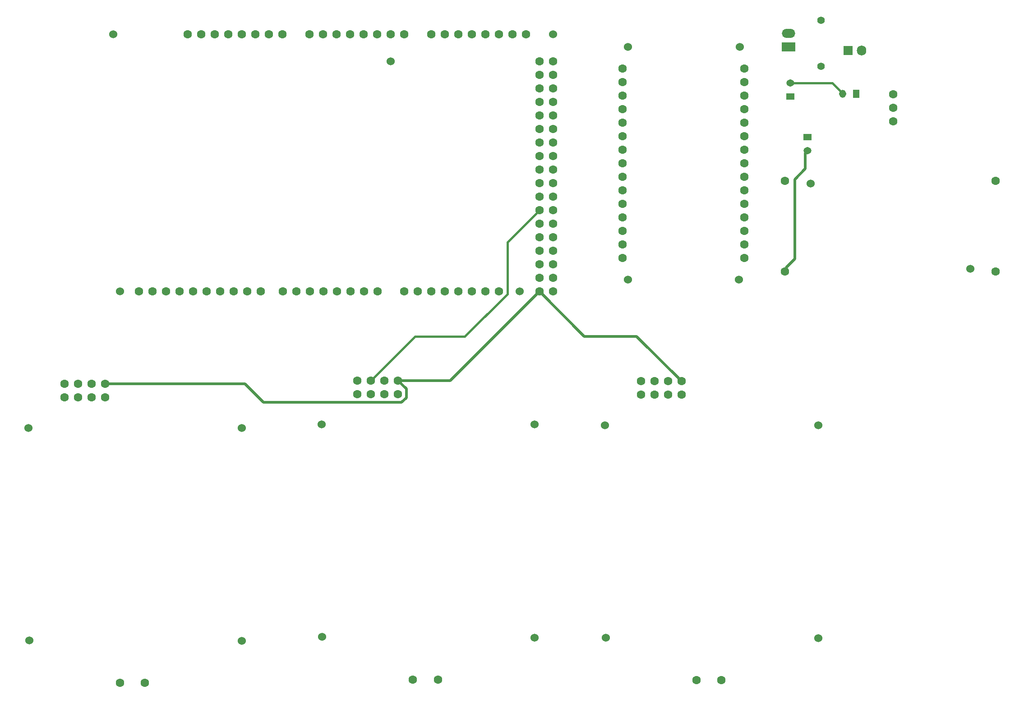
<source format=gtl>
G04*
G04 #@! TF.GenerationSoftware,Altium Limited,Altium Designer,21.8.1 (53)*
G04*
G04 Layer_Physical_Order=1*
G04 Layer_Color=255*
%FSLAX44Y44*%
%MOMM*%
G71*
G04*
G04 #@! TF.SameCoordinates,8ADACE41-6A2D-41FB-BF43-4A9E8EE8C82B*
G04*
G04*
G04 #@! TF.FilePolarity,Positive*
G04*
G01*
G75*
%ADD25C,0.5080*%
%ADD26C,0.3810*%
%ADD27R,1.7780X1.7780*%
%ADD28O,1.7780X1.9050*%
%ADD29R,1.3000X1.5000*%
%ADD30O,1.3000X1.5000*%
%ADD31R,1.5000X1.3000*%
%ADD32O,1.5000X1.3000*%
%ADD33C,1.6000*%
%ADD34C,1.5240*%
%ADD35C,1.4000*%
%ADD36R,2.5400X1.6510*%
%ADD37O,2.5400X1.6510*%
D25*
X1529527Y1010097D02*
X1549315Y1029885D01*
X1513389Y844614D02*
X1529527Y860751D01*
X1549315Y1029885D02*
Y1059222D01*
X1529527Y860751D02*
Y1010097D01*
X1511300Y836930D02*
X1513389Y839019D01*
Y844614D01*
X1553210Y1063117D02*
Y1064260D01*
X1549315Y1059222D02*
X1553210Y1063117D01*
X532310Y591440D02*
X791330D01*
X800480Y600590D02*
Y616840D01*
X784860Y632460D02*
X800480Y616840D01*
X791330Y591440D02*
X800480Y600590D01*
X882650Y632460D02*
X1050290Y800100D01*
X784860Y632460D02*
X882650D01*
X1232535Y715645D02*
X1316990Y631190D01*
X1134745Y715645D02*
X1232535D01*
X1050290Y800100D02*
X1134745Y715645D01*
X497640Y626110D02*
X532310Y591440D01*
X234950Y626110D02*
X497640D01*
D26*
X1599930Y1191260D02*
X1619250Y1171940D01*
Y1170940D02*
Y1171940D01*
X1521460Y1191260D02*
X1599930D01*
X816643Y715043D02*
X910225D01*
X990475Y795293D01*
X734060Y632460D02*
X816643Y715043D01*
X990475Y795293D02*
Y892685D01*
X1050290Y952500D01*
D27*
X1629410Y1252220D02*
D03*
D28*
X1654810D02*
D03*
D29*
X1644650Y1170940D02*
D03*
D30*
X1619250D02*
D03*
D31*
X1553210Y1089660D02*
D03*
X1521460Y1165860D02*
D03*
D32*
X1553210Y1064260D02*
D03*
X1521460Y1191260D02*
D03*
D33*
X1714500Y1169670D02*
D03*
Y1118870D02*
D03*
Y1144270D02*
D03*
X1906270Y836930D02*
D03*
Y1007110D02*
D03*
X1511300Y836930D02*
D03*
Y1007110D02*
D03*
X262890Y64770D02*
D03*
X158750Y626110D02*
D03*
Y600710D02*
D03*
X234950D02*
D03*
X209550D02*
D03*
X184150D02*
D03*
X234950Y626110D02*
D03*
X209550D02*
D03*
X184150D02*
D03*
X309880Y64770D02*
D03*
X812800Y71120D02*
D03*
X708660Y632460D02*
D03*
Y607060D02*
D03*
X784860D02*
D03*
X759460D02*
D03*
X734060D02*
D03*
X784860Y632460D02*
D03*
X759460D02*
D03*
X734060D02*
D03*
X859790Y71120D02*
D03*
X323850Y800100D02*
D03*
X349250D02*
D03*
X374650D02*
D03*
X400050D02*
D03*
X425450D02*
D03*
X450850D02*
D03*
X476250D02*
D03*
X501650D02*
D03*
X527050D02*
D03*
X389890Y1282700D02*
D03*
X847090D02*
D03*
X1050290Y800100D02*
D03*
X796290D02*
D03*
X568960D02*
D03*
X298450D02*
D03*
X415290Y1282700D02*
D03*
X440690D02*
D03*
X466090D02*
D03*
X491490D02*
D03*
X516890D02*
D03*
X542290D02*
D03*
X567690D02*
D03*
X643890D02*
D03*
X669290D02*
D03*
X694690D02*
D03*
X720090D02*
D03*
X745490D02*
D03*
X770890D02*
D03*
X796290D02*
D03*
X872490D02*
D03*
X897890D02*
D03*
X923290D02*
D03*
X948690D02*
D03*
X974090D02*
D03*
X999490D02*
D03*
X1024890D02*
D03*
X618490D02*
D03*
X1050290Y1231900D02*
D03*
X1075690D02*
D03*
X974090Y800100D02*
D03*
X948690D02*
D03*
X923290D02*
D03*
X897890D02*
D03*
X872490D02*
D03*
X847090D02*
D03*
X821690D02*
D03*
X746760D02*
D03*
X721360D02*
D03*
X695960D02*
D03*
X670560D02*
D03*
X645160D02*
D03*
X619760D02*
D03*
X594360D02*
D03*
X1075690Y1206500D02*
D03*
Y1181100D02*
D03*
Y1155700D02*
D03*
Y1130300D02*
D03*
Y1104900D02*
D03*
Y1079500D02*
D03*
Y1054100D02*
D03*
Y1028700D02*
D03*
Y1003300D02*
D03*
Y977900D02*
D03*
Y952500D02*
D03*
Y927100D02*
D03*
Y901700D02*
D03*
Y876300D02*
D03*
Y850900D02*
D03*
Y825500D02*
D03*
Y800100D02*
D03*
X1050290Y1206500D02*
D03*
Y1181100D02*
D03*
Y1155700D02*
D03*
Y1130300D02*
D03*
Y1104900D02*
D03*
Y1079500D02*
D03*
Y1054100D02*
D03*
Y1028700D02*
D03*
Y1003300D02*
D03*
Y977900D02*
D03*
Y952500D02*
D03*
Y927100D02*
D03*
Y901700D02*
D03*
Y876300D02*
D03*
Y850900D02*
D03*
Y825500D02*
D03*
X1344930Y69850D02*
D03*
X1240790Y631190D02*
D03*
Y605790D02*
D03*
X1316990D02*
D03*
X1291590D02*
D03*
X1266190D02*
D03*
X1316990Y631190D02*
D03*
X1291590D02*
D03*
X1266190D02*
D03*
X1391920Y69850D02*
D03*
X1206500Y1217930D02*
D03*
Y1192530D02*
D03*
Y1167130D02*
D03*
Y1141730D02*
D03*
Y1116330D02*
D03*
Y1090930D02*
D03*
Y1065530D02*
D03*
Y1040130D02*
D03*
Y1014730D02*
D03*
Y989330D02*
D03*
Y963930D02*
D03*
Y938530D02*
D03*
Y913130D02*
D03*
Y887730D02*
D03*
Y862330D02*
D03*
X1435100D02*
D03*
Y887730D02*
D03*
Y913130D02*
D03*
Y938530D02*
D03*
Y963930D02*
D03*
Y989330D02*
D03*
Y1014730D02*
D03*
Y1040130D02*
D03*
Y1065530D02*
D03*
Y1090930D02*
D03*
Y1116330D02*
D03*
Y1141730D02*
D03*
Y1167130D02*
D03*
Y1192530D02*
D03*
Y1217930D02*
D03*
D34*
X1559560Y1002030D02*
D03*
X1859280Y842010D02*
D03*
X491490Y543560D02*
D03*
X92710Y144780D02*
D03*
X91440Y543560D02*
D03*
X491490Y143510D02*
D03*
X1041400Y549910D02*
D03*
X642620Y151130D02*
D03*
X641350Y549910D02*
D03*
X1041400Y149860D02*
D03*
X262890Y800100D02*
D03*
X1013460D02*
D03*
X770890Y1231900D02*
D03*
X1075690Y1282700D02*
D03*
X250190D02*
D03*
X1573530Y548640D02*
D03*
X1174750Y149860D02*
D03*
X1173480Y548640D02*
D03*
X1573530Y148590D02*
D03*
X1424940Y821690D02*
D03*
X1426210Y1258570D02*
D03*
X1216660Y821690D02*
D03*
Y1258570D02*
D03*
D35*
X1578610Y1308481D02*
D03*
Y1222756D02*
D03*
D36*
X1517650Y1258570D02*
D03*
D37*
Y1283970D02*
D03*
M02*

</source>
